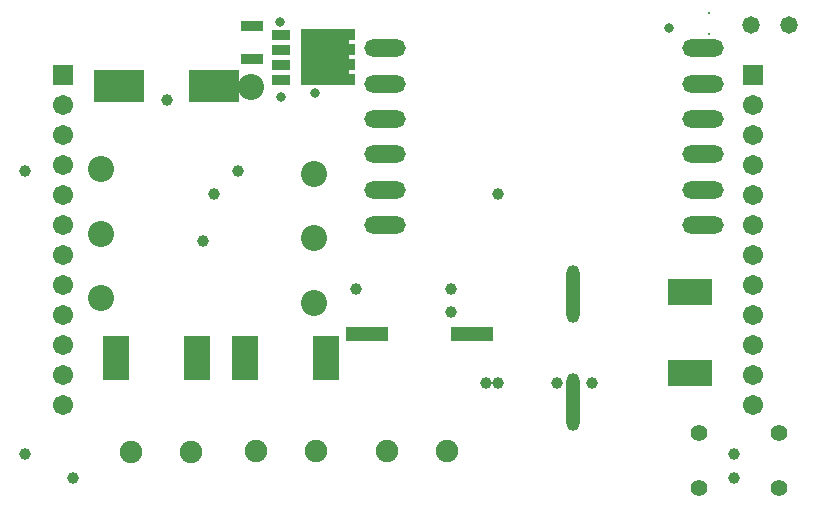
<source format=gts>
G04 Layer_Color=8388736*
%FSLAX25Y25*%
%MOIN*%
G70*
G01*
G75*
%ADD48R,0.08800X0.14800*%
%ADD49R,0.07300X0.03800*%
%ADD50R,0.16548X0.10642*%
%ADD51R,0.06200X0.03600*%
%ADD52R,0.14186X0.04737*%
%ADD53R,0.14800X0.08800*%
%ADD54O,0.04343X0.19304*%
%ADD55O,0.13792X0.05800*%
%ADD56C,0.06706*%
%ADD57R,0.06706X0.06706*%
%ADD58C,0.07493*%
%ADD59C,0.05524*%
%ADD60C,0.08674*%
%ADD61C,0.00800*%
%ADD62C,0.03162*%
%ADD63C,0.05800*%
%ADD64C,0.03950*%
G36*
X111752Y159997D02*
X111804Y159987D01*
X111853Y159970D01*
X111900Y159947D01*
X111944Y159918D01*
X111983Y159883D01*
X112018Y159844D01*
X112047Y159800D01*
X112070Y159753D01*
X112087Y159704D01*
X112097Y159652D01*
X112101Y159600D01*
Y156800D01*
X112097Y156748D01*
X112087Y156696D01*
X112070Y156647D01*
X112047Y156600D01*
X112018Y156556D01*
X111983Y156517D01*
X111944Y156482D01*
X111900Y156453D01*
X111853Y156430D01*
X111804Y156413D01*
X111752Y156403D01*
X111700Y156399D01*
X109801D01*
Y155001D01*
X111700D01*
X111752Y154997D01*
X111804Y154987D01*
X111853Y154970D01*
X111900Y154947D01*
X111944Y154918D01*
X111983Y154883D01*
X112018Y154844D01*
X112047Y154800D01*
X112070Y154753D01*
X112087Y154704D01*
X112097Y154652D01*
X112101Y154600D01*
Y151800D01*
X112097Y151748D01*
X112087Y151696D01*
X112070Y151647D01*
X112047Y151600D01*
X112018Y151556D01*
X111983Y151517D01*
X111944Y151482D01*
X111900Y151453D01*
X111853Y151430D01*
X111804Y151413D01*
X111752Y151403D01*
X111700Y151399D01*
X109801D01*
Y150001D01*
X111700D01*
X111752Y149997D01*
X111804Y149987D01*
X111853Y149970D01*
X111900Y149947D01*
X111944Y149918D01*
X111983Y149883D01*
X112018Y149844D01*
X112047Y149800D01*
X112070Y149753D01*
X112087Y149704D01*
X112097Y149652D01*
X112101Y149600D01*
Y146800D01*
X112097Y146748D01*
X112087Y146696D01*
X112070Y146647D01*
X112047Y146600D01*
X112018Y146556D01*
X111983Y146517D01*
X111944Y146482D01*
X111900Y146453D01*
X111853Y146430D01*
X111804Y146413D01*
X111752Y146403D01*
X111700Y146399D01*
X109801D01*
Y145001D01*
X111700D01*
X111752Y144997D01*
X111804Y144987D01*
X111853Y144970D01*
X111900Y144947D01*
X111944Y144918D01*
X111983Y144883D01*
X112018Y144844D01*
X112047Y144800D01*
X112070Y144753D01*
X112087Y144704D01*
X112097Y144652D01*
X112101Y144600D01*
Y141800D01*
X112097Y141748D01*
X112087Y141696D01*
X112070Y141647D01*
X112047Y141600D01*
X112018Y141556D01*
X111983Y141517D01*
X111944Y141482D01*
X111900Y141453D01*
X111853Y141430D01*
X111804Y141413D01*
X111752Y141403D01*
X111700Y141399D01*
X94200D01*
X94148Y141403D01*
X94096Y141413D01*
X94047Y141430D01*
X94000Y141453D01*
X93956Y141482D01*
X93916Y141517D01*
X93882Y141556D01*
X93853Y141600D01*
X93830Y141647D01*
X93813Y141696D01*
X93803Y141748D01*
X93799Y141800D01*
Y159600D01*
X93803Y159652D01*
X93813Y159704D01*
X93830Y159753D01*
X93853Y159800D01*
X93882Y159844D01*
X93916Y159883D01*
X93956Y159918D01*
X94000Y159947D01*
X94047Y159970D01*
X94096Y159987D01*
X94148Y159997D01*
X94200Y160001D01*
X111700D01*
X111752Y159997D01*
D02*
G37*
D48*
X32200Y50500D02*
D03*
X59200D02*
D03*
X75400Y50300D02*
D03*
X102400D02*
D03*
D49*
X77600Y161200D02*
D03*
Y150200D02*
D03*
D50*
X64848Y141100D02*
D03*
X33352D02*
D03*
D51*
X87200Y158200D02*
D03*
Y153200D02*
D03*
Y148200D02*
D03*
Y143200D02*
D03*
X109000D02*
D03*
Y148200D02*
D03*
Y153200D02*
D03*
Y158200D02*
D03*
D52*
X150800Y58500D02*
D03*
X115800D02*
D03*
D53*
X223600Y72300D02*
D03*
Y45300D02*
D03*
D54*
X184600Y35900D02*
D03*
Y71727D02*
D03*
D55*
X227900Y94689D02*
D03*
Y106500D02*
D03*
Y118311D02*
D03*
Y130122D02*
D03*
Y141933D02*
D03*
Y153744D02*
D03*
X121916Y94689D02*
D03*
Y106500D02*
D03*
Y118311D02*
D03*
Y130122D02*
D03*
Y141933D02*
D03*
Y153744D02*
D03*
D56*
X244609Y34647D02*
D03*
Y44647D02*
D03*
Y54647D02*
D03*
Y64647D02*
D03*
Y74647D02*
D03*
Y84647D02*
D03*
Y94647D02*
D03*
Y104647D02*
D03*
Y114647D02*
D03*
Y124647D02*
D03*
Y134647D02*
D03*
X14609Y34647D02*
D03*
Y44647D02*
D03*
Y54647D02*
D03*
Y64647D02*
D03*
Y74647D02*
D03*
Y84647D02*
D03*
Y94647D02*
D03*
Y104647D02*
D03*
Y114647D02*
D03*
Y124647D02*
D03*
Y134647D02*
D03*
D57*
X244609Y144647D02*
D03*
X14609D02*
D03*
D58*
X37300Y19000D02*
D03*
X57300D02*
D03*
X78900Y19300D02*
D03*
X98900D02*
D03*
X142700D02*
D03*
X122700D02*
D03*
D59*
X226514Y7245D02*
D03*
Y25355D02*
D03*
X253286D02*
D03*
Y7245D02*
D03*
D60*
X98400Y68900D02*
D03*
Y90400D02*
D03*
Y111900D02*
D03*
X27400Y113300D02*
D03*
Y91800D02*
D03*
Y70300D02*
D03*
X77400Y140700D02*
D03*
D61*
X229800Y158313D02*
D03*
Y165400D02*
D03*
D62*
X98600Y138700D02*
D03*
X87100Y162600D02*
D03*
X216500Y160500D02*
D03*
X87200Y137400D02*
D03*
D63*
X256700Y161400D02*
D03*
X244100Y161500D02*
D03*
D64*
X17821Y10545D02*
D03*
X65065Y105033D02*
D03*
X49317Y136529D02*
D03*
X112309Y73537D02*
D03*
X159554Y42041D02*
D03*
X143805Y73537D02*
D03*
X159554Y105033D02*
D03*
X191050Y42041D02*
D03*
X238294Y10545D02*
D03*
X2073Y18419D02*
D03*
Y112907D02*
D03*
X61128Y89285D02*
D03*
X72939Y112907D02*
D03*
X155617Y42041D02*
D03*
X143806Y65663D02*
D03*
X179239Y42041D02*
D03*
X238294Y18419D02*
D03*
M02*

</source>
